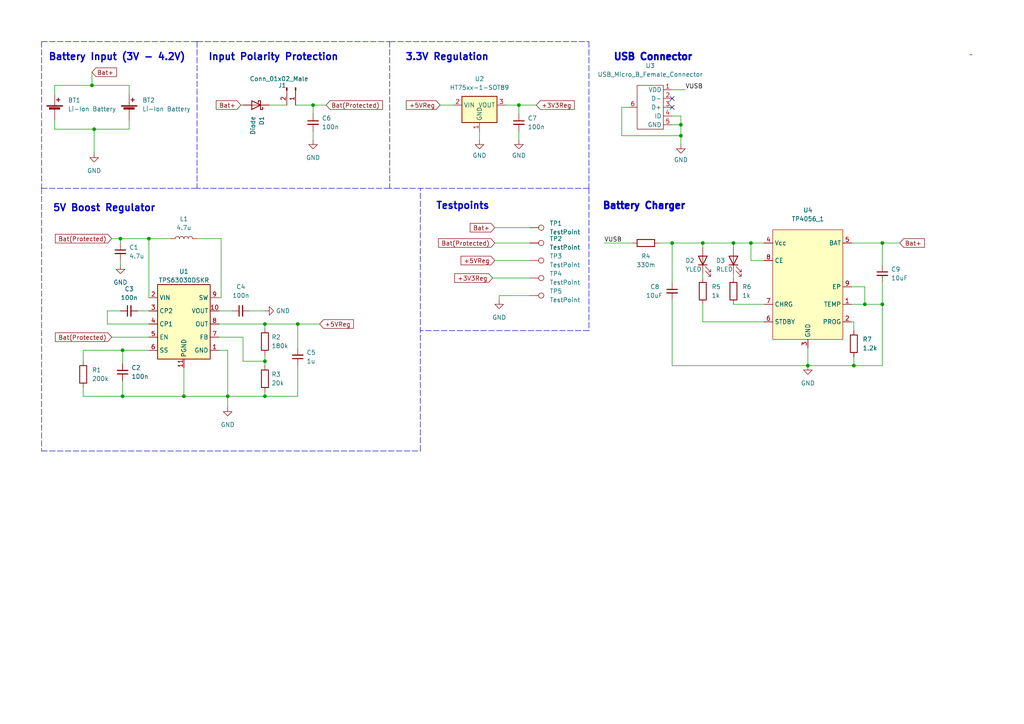
<source format=kicad_sch>
(kicad_sch (version 20211123) (generator eeschema)
  (paper "A4")
  (lib_symbols
    (symbol "Connector:Conn_01x02_Male" (pin_names (offset 1.016) hide)
      (property "Reference" "J" (at 0 2.54 0))
      (property "Value" "Conn_01x02_Male" (at 0 -5.08 0))
      (symbol "Conn_01x02_Male_1_1"
        (polyline (pts (xy 1.27 -2.54) (xy 0.8636 -2.54)) (stroke (width 0.1524)))
        (polyline (pts (xy 1.27 0) (xy 0.8636 0)) (stroke (width 0.1524)))
        (rectangle (start 0.8636 -2.413) (end 0 -2.667) (stroke (width 0.1524)) (fill (type outline)))
        (rectangle (start 0.8636 0.127) (end 0 -0.127) (stroke (width 0.1524)) (fill (type outline)))
        (pin passive line (at 5.08 0 180) (length 3.81) (name "Pin_1") (number "1"))
        (pin passive line (at 5.08 -2.54 180) (length 3.81) (name "Pin_2") (number "2"))
      )
    )
    (symbol "Connector:TestPoint" (pin_numbers hide) (pin_names (offset 0.762) hide)
      (property "Reference" "TP" (at 0 6.858 0))
      (property "Value" "TestPoint" (at 0 5.08 0))
      (symbol "TestPoint_0_1"
        (circle (center 0 3.302) (radius 0.762))
      )
      (symbol "TestPoint_1_1"
        (pin passive line (at 0 0 90) (length 2.54) (name "1") (number "1"))
      )
    )
    (symbol "Device:Battery_Cell" (pin_numbers hide) (pin_names (offset 0) hide)
      (property "Reference" "BT" (at 2.54 2.54 0))
      (property "Value" "Battery_Cell" (at 2.54 0 0))
      (symbol "Battery_Cell_0_1"
        (rectangle (start -2.286 1.778) (end 2.286 1.524) (fill (type outline)))
        (rectangle (start -1.5748 1.1938) (end 1.4732 0.6858) (fill (type outline)))
        (polyline (pts (xy 0 0.762) (xy 0 0)))
        (polyline (pts (xy 0 1.778) (xy 0 2.54)))
        (polyline (pts (xy 0.508 3.429) (xy 1.524 3.429)) (stroke (width 0.254)))
        (polyline (pts (xy 1.016 3.937) (xy 1.016 2.921)) (stroke (width 0.254)))
      )
      (symbol "Battery_Cell_1_1"
        (pin passive line (at 0 5.08 270) (length 2.54) (name "+") (number "1"))
        (pin passive line (at 0 -2.54 90) (length 2.54) (name "-") (number "2"))
      )
    )
    (symbol "Device:C_Small" (pin_numbers hide) (pin_names (offset 0.254) hide)
      (property "Reference" "C" (at 0.254 1.778 0))
      (property "Value" "C_Small" (at 0.254 -2.032 0))
      (symbol "C_Small_0_1"
        (polyline (pts (xy -1.524 -0.508) (xy 1.524 -0.508)) (stroke (width 0.3302)))
        (polyline (pts (xy -1.524 0.508) (xy 1.524 0.508)) (stroke (width 0.3048)))
      )
      (symbol "C_Small_1_1"
        (pin passive line (at 0 2.54 270) (length 2.032) (name "~") (number "1"))
        (pin passive line (at 0 -2.54 90) (length 2.032) (name "~") (number "2"))
      )
    )
    (symbol "Device:L" (pin_numbers hide) (pin_names (offset 1.016) hide)
      (property "Reference" "L" (at -1.27 0 90))
      (property "Value" "L" (at 1.905 0 90))
      (symbol "L_0_1"
        (arc (start 0 -2.54) (mid 0.635 -1.905) (end 0 -1.27))
        (arc (start 0 -1.27) (mid 0.635 -0.635) (end 0 0))
        (arc (start 0 0) (mid 0.635 0.635) (end 0 1.27))
        (arc (start 0 1.27) (mid 0.635 1.905) (end 0 2.54))
      )
      (symbol "L_1_1"
        (pin passive line (at 0 3.81 270) (length 1.27) (name "1") (number "1"))
        (pin passive line (at 0 -3.81 90) (length 1.27) (name "2") (number "2"))
      )
    )
    (symbol "Device:LED" (pin_numbers hide) (pin_names (offset 1.016) hide)
      (property "Reference" "D" (at 0 2.54 0))
      (property "Value" "LED" (at 0 -2.54 0))
      (symbol "LED_0_1"
        (polyline (pts (xy -1.27 -1.27) (xy -1.27 1.27)) (stroke (width 0.254)))
        (polyline (pts (xy -1.27 0) (xy 1.27 0)))
        (polyline (pts (xy 1.27 -1.27) (xy 1.27 1.27) (xy -1.27 0) (xy 1.27 -1.27)) (stroke (width 0.254)))
        (polyline (pts (xy -3.048 -0.762) (xy -4.572 -2.286) (xy -3.81 -2.286) (xy -4.572 -2.286) (xy -4.572 -1.524)))
        (polyline (pts (xy -1.778 -0.762) (xy -3.302 -2.286) (xy -2.54 -2.286) (xy -3.302 -2.286) (xy -3.302 -1.524)))
      )
      (symbol "LED_1_1"
        (pin passive line (at -3.81 0 0) (length 2.54) (name "K") (number "1"))
        (pin passive line (at 3.81 0 180) (length 2.54) (name "A") (number "2"))
      )
    )
    (symbol "Device:R" (pin_numbers hide) (pin_names (offset 0))
      (property "Reference" "R" (at 2.032 0 90))
      (property "Value" "R" (at 0 0 90))
      (symbol "R_0_1"
        (rectangle (start -1.016 -2.54) (end 1.016 2.54) (stroke (width 0.254)))
      )
      (symbol "R_1_1"
        (pin passive line (at 0 3.81 270) (length 1.27) (name "~") (number "1"))
        (pin passive line (at 0 -3.81 90) (length 1.27) (name "~") (number "2"))
      )
    )
    (symbol "Diode:1N5819" (pin_numbers hide) (pin_names (offset 1.016) hide)
      (property "Reference" "D" (at 0 2.54 0))
      (property "Value" "1N5819" (at 0 -2.54 0))
      (symbol "1N5819_0_1"
        (polyline (pts (xy 1.27 0) (xy -1.27 0)))
        (polyline (pts (xy 1.27 1.27) (xy 1.27 -1.27) (xy -1.27 0) (xy 1.27 1.27)) (stroke (width 0.254)))
        (polyline (pts (xy -1.905 0.635) (xy -1.905 1.27) (xy -1.27 1.27) (xy -1.27 -1.27) (xy -0.635 -1.27) (xy -0.635 -0.635)) (stroke (width 0.254)))
      )
      (symbol "1N5819_1_1"
        (pin passive line (at -3.81 0 0) (length 2.54) (name "K") (number "1"))
        (pin passive line (at 3.81 0 180) (length 2.54) (name "A") (number "2"))
      )
    )
    (symbol "Regulator_Linear:HT75xx-1-SOT89"
      (property "Reference" "U" (at -5.08 -3.81 0))
      (property "Value" "HT75xx-1-SOT89" (at 0 6.35 0))
      (symbol "HT75xx-1-SOT89_0_1"
        (rectangle (start -5.08 5.08) (end 5.08 -2.54) (stroke (width 0.254)) (fill (type background)))
      )
      (symbol "HT75xx-1-SOT89_1_1"
        (pin power_in line (at 0 -5.08 90) (length 2.54) (name "GND") (number "1"))
        (pin power_in line (at -7.62 2.54 0) (length 2.54) (name "VIN") (number "2"))
        (pin power_out line (at 7.62 2.54 180) (length 2.54) (name "VOUT") (number "3"))
      )
    )
    (symbol "SarahLib:TP4056_1"
      (property "Reference" "U4" (at 0 11.43 0))
      (property "Value" "TP4056_1" (at 0 8.89 0))
      (symbol "TP4056_1_0_1"
        (rectangle (start -10.16 6.35) (end 10.16 -25.4) (fill (type background)))
      )
      (symbol "TP4056_1_1_1"
        (pin input line (at 12.7 -15.24 180) (length 2.54) (name "TEMP") (number "1"))
        (pin input line (at 12.7 -20.32 180) (length 2.54) (name "PROG") (number "2"))
        (pin input line (at 0 -27.94 90) (length 2.54) (name "GND") (number "3"))
        (pin input line (at -12.7 2.54 0) (length 2.54) (name "Vcc") (number "4"))
        (pin input line (at 12.7 2.54 180) (length 2.54) (name "BAT") (number "5"))
        (pin input line (at -12.7 -20.32 0) (length 2.54) (name "STDBY") (number "6"))
        (pin input line (at -12.7 -15.24 0) (length 2.54) (name "CHRG") (number "7"))
        (pin input line (at -12.7 -2.54 0) (length 2.54) (name "CE") (number "8"))
        (pin input line (at 12.7 -10.16 180) (length 2.54) (name "EP") (number "9"))
      )
    )
    (symbol "SarahLib:TPS61093DSKR"
      (property "Reference" "U1" (at 0 20.32 0))
      (property "Value" "TPS63030DSKR" (at 0 17.78 0))
      (symbol "TPS61093DSKR_0_1"
        (rectangle (start -7.62 16.51) (end 7.62 -5.08) (stroke (width 0.254)) (fill (type background)))
      )
      (symbol "TPS61093DSKR_1_1"
        (pin power_in line (at 10.16 -2.54 180) (length 2.54) (name "GND") (number "1"))
        (pin power_out line (at 10.16 8.89 180) (length 2.54) (name "VOUT") (number "10"))
        (pin passive line (at 0 -7.62 90) (length 2.54) (name "PGND") (number "11"))
        (pin power_in line (at -10.16 12.7 0) (length 2.54) (name "VIN") (number "2"))
        (pin input line (at -10.16 8.89 0) (length 2.54) (name "CP2") (number "3"))
        (pin input line (at -10.16 5.08 0) (length 2.54) (name "CP1") (number "4"))
        (pin input line (at -10.16 1.27 0) (length 2.54) (name "EN") (number "5"))
        (pin passive line (at -10.16 -2.54 0) (length 2.54) (name "SS") (number "6"))
        (pin input line (at 10.16 1.27 180) (length 2.54) (name "FB") (number "7"))
        (pin output line (at 10.16 5.08 180) (length 2.54) (name "OUT") (number "8"))
        (pin power_in line (at 10.16 12.7 180) (length 2.54) (name "SW") (number "9"))
      )
    )
    (symbol "SarahLib:USB_Micro_B_Female_Connector"
      (property "Reference" "U3" (at 1.27 9.999 0))
      (property "Value" "USB_Micro_B_Female_Connector" (at 1.27 7.4621 0))
      (symbol "USB_Micro_B_Female_Connector_0_1"
        (rectangle (start 5.08 6.35) (end -2.54 -6.35) (stroke (width 0.1524)))
      )
      (symbol "USB_Micro_B_Female_Connector_1_1"
        (pin power_out line (at 7.62 5.08 180) (length 2.54) (name "VDD") (number "1"))
        (pin input line (at 7.62 2.54 180) (length 2.54) (name "D-") (number "2"))
        (pin input line (at 7.62 0 180) (length 2.54) (name "D+") (number "3"))
        (pin passive line (at 7.62 -2.54 180) (length 2.54) (name "ID") (number "4"))
        (pin power_out line (at 7.62 -5.08 180) (length 2.54) (name "GND") (number "5"))
        (pin passive line (at -5.08 0 0) (length 2.54) (name "") (number "6"))
      )
    )
    (symbol "power:GND" (power) (pin_names (offset 0))
      (property "Value" "GND" (at 0 -3.81 0))
      (symbol "GND_0_1"
        (polyline (pts (xy 0 0) (xy 0 -1.27) (xy 1.27 -1.27) (xy 0 -2.54) (xy -1.27 -1.27) (xy 0 -1.27)))
      )
      (symbol "GND_1_1"
        (pin power_in line (at 0 0 270) (length 0) hide (name "GND") (number "1"))
      )
    )
  )
  (junction (at 217.805 70.485))
  (junction (at 26.67 24.765))
  (junction (at 27.305 37.465))
  (junction (at 90.805 30.48))
  (junction (at 150.495 30.48))
  (junction (at 250.825 88.265))
  (junction (at 86.36 93.98))
  (junction (at 203.835 70.485))
  (junction (at 53.34 114.935))
  (junction (at 194.945 70.485))
  (junction (at 66.04 114.935))
  (junction (at 76.835 104.775))
  (junction (at 35.56 101.6))
  (junction (at 255.905 70.485))
  (junction (at 35.56 114.935))
  (junction (at 247.65 106.045))
  (junction (at 76.835 93.98))
  (junction (at 43.18 69.215))
  (junction (at 234.315 106.045))
  (junction (at 34.925 69.215))
  (junction (at 197.485 39.37))
  (junction (at 255.905 88.265))
  (junction (at 76.835 114.935))
  (junction (at 212.725 70.485))
  (junction (at 197.485 36.195))
  (no_connect (at 194.945 31.115))
  (no_connect (at 194.945 28.575))
  (wire (pts (xy 212.725 79.375) (xy 212.725 80.645)))
  (wire (pts (xy 86.36 114.935) (xy 76.835 114.935)))
  (wire (pts (xy 247.015 88.265) (xy 250.825 88.265)))
  (wire (pts (xy 255.905 70.485) (xy 255.905 76.835)))
  (wire (pts (xy 180.34 39.37) (xy 197.485 39.37)))
  (polyline (pts (xy 281.305 15.875) (xy 281.94 15.875)))
  (wire (pts (xy 197.485 39.37) (xy 197.485 41.91)))
  (wire (pts (xy 63.5 93.98) (xy 76.835 93.98)))
  (wire (pts (xy 194.945 26.035) (xy 198.755 26.035)))
  (wire (pts (xy 203.835 79.375) (xy 203.835 80.645)))
  (wire (pts (xy 63.5 90.17) (xy 67.31 90.17)))
  (polyline (pts (xy 57.15 12.065) (xy 113.03 12.065)))
  (wire (pts (xy 150.495 30.48) (xy 155.575 30.48)))
  (polyline (pts (xy 170.815 54.61) (xy 113.03 54.61)))
  (wire (pts (xy 144.78 85.725) (xy 144.78 86.995)))
  (wire (pts (xy 66.04 101.6) (xy 66.04 114.935)))
  (wire (pts (xy 24.13 104.775) (xy 24.13 101.6)))
  (wire (pts (xy 247.65 93.345) (xy 247.65 95.885)))
  (wire (pts (xy 217.805 70.485) (xy 221.615 70.485)))
  (polyline (pts (xy 113.03 12.065) (xy 113.03 54.61)))
  (wire (pts (xy 86.36 93.98) (xy 86.36 100.965)))
  (wire (pts (xy 64.135 69.215) (xy 64.135 86.36)))
  (wire (pts (xy 247.65 106.045) (xy 255.905 106.045)))
  (wire (pts (xy 27.305 37.465) (xy 15.875 37.465)))
  (wire (pts (xy 35.56 114.935) (xy 53.34 114.935)))
  (wire (pts (xy 260.985 70.485) (xy 255.905 70.485)))
  (wire (pts (xy 194.945 33.655) (xy 197.485 33.655)))
  (wire (pts (xy 27.305 37.465) (xy 37.465 37.465)))
  (wire (pts (xy 247.015 83.185) (xy 250.825 83.185)))
  (wire (pts (xy 76.835 102.87) (xy 76.835 104.775)))
  (wire (pts (xy 34.925 69.215) (xy 34.925 70.485)))
  (wire (pts (xy 43.18 101.6) (xy 35.56 101.6)))
  (polyline (pts (xy 57.15 54.61) (xy 12.065 54.61)))
  (wire (pts (xy 150.495 40.64) (xy 150.495 38.1)))
  (wire (pts (xy 153.67 85.725) (xy 144.78 85.725)))
  (wire (pts (xy 66.04 114.935) (xy 66.04 118.11)))
  (wire (pts (xy 247.015 93.345) (xy 247.65 93.345)))
  (wire (pts (xy 76.835 114.935) (xy 66.04 114.935)))
  (wire (pts (xy 15.875 27.305) (xy 15.875 24.765)))
  (wire (pts (xy 191.135 70.485) (xy 194.945 70.485)))
  (wire (pts (xy 197.485 33.655) (xy 197.485 36.195)))
  (wire (pts (xy 35.56 101.6) (xy 35.56 105.41)))
  (wire (pts (xy 194.945 36.195) (xy 197.485 36.195)))
  (wire (pts (xy 90.805 30.48) (xy 85.725 30.48)))
  (wire (pts (xy 70.485 104.775) (xy 76.835 104.775)))
  (wire (pts (xy 26.67 20.955) (xy 26.67 24.765)))
  (wire (pts (xy 43.18 69.215) (xy 49.53 69.215)))
  (wire (pts (xy 37.465 24.765) (xy 37.465 27.305)))
  (wire (pts (xy 86.36 106.045) (xy 86.36 114.935)))
  (wire (pts (xy 203.835 93.345) (xy 221.615 93.345)))
  (wire (pts (xy 26.67 24.765) (xy 37.465 24.765)))
  (wire (pts (xy 143.51 70.485) (xy 153.67 70.485)))
  (wire (pts (xy 90.805 40.64) (xy 90.805 38.1)))
  (polyline (pts (xy 12.065 12.065) (xy 57.15 12.065)))
  (wire (pts (xy 139.065 38.1) (xy 139.065 40.64)))
  (wire (pts (xy 212.725 70.485) (xy 217.805 70.485)))
  (wire (pts (xy 76.835 90.17) (xy 72.39 90.17)))
  (wire (pts (xy 143.51 66.04) (xy 153.67 66.04)))
  (polyline (pts (xy 57.15 12.065) (xy 57.15 54.61)))
  (wire (pts (xy 70.485 97.79) (xy 63.5 97.79)))
  (wire (pts (xy 15.875 24.765) (xy 26.67 24.765)))
  (wire (pts (xy 76.835 104.775) (xy 76.835 106.045)))
  (wire (pts (xy 234.315 106.045) (xy 247.65 106.045)))
  (wire (pts (xy 197.485 36.195) (xy 197.485 39.37)))
  (wire (pts (xy 37.465 37.465) (xy 37.465 34.925)))
  (wire (pts (xy 150.495 33.02) (xy 150.495 30.48)))
  (wire (pts (xy 76.835 93.98) (xy 76.835 95.25)))
  (polyline (pts (xy 12.065 130.81) (xy 121.92 130.81)))
  (wire (pts (xy 76.835 93.98) (xy 86.36 93.98)))
  (polyline (pts (xy 121.92 130.81) (xy 121.92 54.61)))
  (wire (pts (xy 32.385 69.215) (xy 34.925 69.215)))
  (wire (pts (xy 146.685 30.48) (xy 150.495 30.48)))
  (wire (pts (xy 142.875 80.645) (xy 153.67 80.645)))
  (wire (pts (xy 255.905 70.485) (xy 247.015 70.485)))
  (wire (pts (xy 212.725 71.755) (xy 212.725 70.485)))
  (polyline (pts (xy 170.815 54.61) (xy 170.815 95.885)))
  (wire (pts (xy 35.56 114.935) (xy 35.56 110.49)))
  (wire (pts (xy 24.13 101.6) (xy 35.56 101.6)))
  (wire (pts (xy 40.005 90.17) (xy 43.18 90.17)))
  (wire (pts (xy 90.805 33.02) (xy 90.805 30.48)))
  (wire (pts (xy 182.245 31.115) (xy 180.34 31.115)))
  (wire (pts (xy 53.34 114.935) (xy 66.04 114.935)))
  (wire (pts (xy 76.835 113.665) (xy 76.835 114.935)))
  (polyline (pts (xy 170.815 12.065) (xy 170.815 54.61)))
  (polyline (pts (xy 113.03 54.61) (xy 57.15 54.61)))
  (wire (pts (xy 24.13 114.935) (xy 35.56 114.935)))
  (wire (pts (xy 247.65 103.505) (xy 247.65 106.045)))
  (wire (pts (xy 234.315 100.965) (xy 234.315 106.045)))
  (wire (pts (xy 63.5 101.6) (xy 66.04 101.6)))
  (wire (pts (xy 69.85 30.48) (xy 70.485 30.48)))
  (wire (pts (xy 127.635 30.48) (xy 131.445 30.48)))
  (wire (pts (xy 175.26 70.485) (xy 183.515 70.485)))
  (polyline (pts (xy 12.065 54.61) (xy 12.065 130.81)))
  (wire (pts (xy 180.34 31.115) (xy 180.34 39.37)))
  (wire (pts (xy 194.945 70.485) (xy 194.945 81.915)))
  (wire (pts (xy 34.925 76.835) (xy 34.925 75.565)))
  (wire (pts (xy 250.825 83.185) (xy 250.825 88.265)))
  (wire (pts (xy 27.305 37.465) (xy 27.305 44.45)))
  (wire (pts (xy 250.825 88.265) (xy 255.905 88.265)))
  (wire (pts (xy 255.905 88.265) (xy 255.905 106.045)))
  (wire (pts (xy 212.725 88.265) (xy 221.615 88.265)))
  (wire (pts (xy 203.835 88.265) (xy 203.835 93.345)))
  (wire (pts (xy 203.835 70.485) (xy 212.725 70.485)))
  (wire (pts (xy 217.805 70.485) (xy 217.805 75.565)))
  (wire (pts (xy 194.945 70.485) (xy 203.835 70.485)))
  (wire (pts (xy 31.115 90.17) (xy 34.925 90.17)))
  (wire (pts (xy 32.385 97.79) (xy 43.18 97.79)))
  (wire (pts (xy 143.51 75.565) (xy 153.67 75.565)))
  (wire (pts (xy 255.905 81.915) (xy 255.905 88.265)))
  (wire (pts (xy 194.945 86.995) (xy 194.945 106.045)))
  (wire (pts (xy 64.135 86.36) (xy 63.5 86.36)))
  (wire (pts (xy 83.185 30.48) (xy 78.105 30.48)))
  (wire (pts (xy 221.615 75.565) (xy 217.805 75.565)))
  (wire (pts (xy 86.36 93.98) (xy 92.71 93.98)))
  (wire (pts (xy 15.875 34.925) (xy 15.875 37.465)))
  (wire (pts (xy 70.485 104.775) (xy 70.485 97.79)))
  (wire (pts (xy 203.835 71.755) (xy 203.835 70.485)))
  (wire (pts (xy 43.18 86.36) (xy 43.18 69.215)))
  (wire (pts (xy 194.945 106.045) (xy 234.315 106.045)))
  (wire (pts (xy 94.615 30.48) (xy 90.805 30.48)))
  (polyline (pts (xy 170.815 95.885) (xy 121.92 95.885)))
  (polyline (pts (xy 12.065 12.065) (xy 12.065 54.61)))
  (wire (pts (xy 43.18 93.98) (xy 31.115 93.98)))
  (wire (pts (xy 57.15 69.215) (xy 64.135 69.215)))
  (polyline (pts (xy 113.03 12.065) (xy 170.815 12.065)))
  (wire (pts (xy 31.115 93.98) (xy 31.115 90.17)))
  (wire (pts (xy 24.13 112.395) (xy 24.13 114.935)))
  (wire (pts (xy 53.34 106.68) (xy 53.34 114.935)))
  (wire (pts (xy 43.18 69.215) (xy 34.925 69.215)))
  (text "3.3V Regulation " (at 117.475 17.78 0) (effects (font (size 2 2) (thickness 0.4) bold) (justify left bottom)))
  (text "Battery Input (3V - 4.2V)" (at 13.97 17.78 0) (effects (font (size 2 2) (thickness 0.4) bold) (justify left bottom)))
  (text "USB Connector\n" (at 177.8 17.78 0) (effects (font (size 2 2) (thickness 0.8) bold) (justify left bottom)))
  (text "5V Boost Regulator\n" (at 15.24 61.595 0) (effects (font (size 2 2) (thickness 0.4) bold) (justify left bottom)))
  (text "Testpoints" (at 126.365 60.96 0) (effects (font (size 2.0066 2.0066) (thickness 0.4013) bold) (justify left bottom)))
  (text "Battery Charger" (at 174.625 60.96 0) (effects (font (size 2 2) (thickness 0.6) bold) (justify left bottom)))
  (text "Input Polarity Protection" (at 60.325 17.78 0) (effects (font (size 2 2) (thickness 0.4) bold) (justify left bottom)))
  (label "VUSB" (at 175.26 70.485 0))
  (label "VUSB" (at 198.755 26.035 0))
  (global_label "Bat(Protected)" (shape input) (at 94.615 30.48 0) (property "Intersheet References" "${INTERSHEET_REFS}" (effects hide)))
  (global_label "Bat+" (shape input) (at 260.985 70.485 0) (property "Intersheet References" "${INTERSHEET_REFS}" (effects hide)))
  (global_label "+3V3Reg" (shape input) (at 155.575 30.48 0) (property "Intersheet References" "${INTERSHEET_REFS}" (effects hide)))
  (global_label "Bat+" (shape input) (at 26.67 20.955 0) (property "Intersheet References" "${INTERSHEET_REFS}" (effects hide)))
  (global_label "+5VReg" (shape input) (at 127.635 30.48 180) (property "Intersheet References" "${INTERSHEET_REFS}" (effects hide)))
  (global_label "+5VReg" (shape input) (at 92.71 93.98 0) (property "Intersheet References" "${INTERSHEET_REFS}" (effects hide)))
  (global_label "+5VReg" (shape input) (at 143.51 75.565 180) (property "Intersheet References" "${INTERSHEET_REFS}" (effects hide)))
  (global_label "Bat(Protected)" (shape input) (at 143.51 70.485 180) (property "Intersheet References" "${INTERSHEET_REFS}" (effects hide)))
  (global_label "Bat+" (shape input) (at 69.85 30.48 180) (property "Intersheet References" "${INTERSHEET_REFS}" (effects hide)))
  (global_label "Bat+" (shape input) (at 143.51 66.04 180) (property "Intersheet References" "${INTERSHEET_REFS}" (effects hide)))
  (global_label "+3V3Reg" (shape input) (at 142.875 80.645 180) (property "Intersheet References" "${INTERSHEET_REFS}" (effects hide)))
  (global_label "Bat(Protected)" (shape input) (at 32.385 97.79 180) (property "Intersheet References" "${INTERSHEET_REFS}" (effects hide)))
  (global_label "Bat(Protected)" (shape input) (at 32.385 69.215 180) (property "Intersheet References" "${INTERSHEET_REFS}" (effects hide)))
  (symbol (lib_id "Device:R") (at 24.13 108.585 0) (unit 1)
    (property "Reference" "R1" (at 26.67 107.3149 0) (effects (justify left)))
    (property "Value" "200k" (at 26.67 109.8549 0) (effects (justify left)))
    (property "Footprint" "Resistor_SMD:R_0805_2012Metric" (effects hide))
    (property "Datasheet" "https://datasheet.lcsc.com/lcsc/2206010200_UNI-ROYAL-Uniroyal-Elec-0805W8F2003T5E_C17539.pdf" (effects hide))
    (property "Price" "0.0016" (effects hide))
    (property "Extended" "0" (effects hide))
    (property "LCSC" "C17539" (effects hide))
  )
  (symbol (lib_id "power:GND") (at 34.925 76.835 0) (unit 1)
    (property "Reference" "#PWR02" (effects hide))
    (property "Value" "GND" (at 34.925 81.915 0))
  )
  (symbol (lib_id "power:GND") (at 76.835 90.17 90) (unit 1)
    (property "Reference" "#PWR04" (effects hide))
    (property "Value" "GND" (at 80.01 90.1699 90) (effects (justify right)))
  )
  (symbol (lib_id "Device:C_Small") (at 150.495 35.56 0) (unit 1)
    (property "Reference" "C7" (at 153.035 34.2962 0) (effects (justify left)))
    (property "Value" "100n" (at 153.035 36.8362 0) (effects (justify left)))
    (property "Footprint" "Capacitor_SMD:C_0603_1608Metric" (effects hide))
    (property "Datasheet" "https://datasheet.lcsc.com/lcsc/1809301912_YAGEO-CC0603KRX7R9BB104_C14663.pdf" (effects hide))
    (property "Price" "0.0020" (effects hide))
    (property "LCSC" "C49678" (effects hide))
    (property "Extended" "0" (effects hide))
    (property "Populate" "Yes" (effects hide))
  )
  (symbol (lib_id "Device:C_Small") (at 255.905 79.375 0) (unit 1)
    (property "Reference" "C9" (at 258.445 78.1112 0) (effects (justify left)))
    (property "Value" "10uF" (at 258.445 80.6512 0) (effects (justify left)))
    (property "Footprint" "Capacitor_SMD:C_0402_1005Metric" (effects hide))
    (property "LCSC" "C15525" (effects hide))
    (property "Extended" "0" (effects hide))
  )
  (symbol (lib_id "power:GND") (at 197.485 41.91 0) (unit 1)
    (property "Reference" "#PWR09" (effects hide))
    (property "Value" "GND" (at 197.485 46.3534 0))
  )
  (symbol (lib_id "Device:R") (at 187.325 70.485 90) (unit 1)
    (property "Reference" "R4" (at 187.325 74.295 90))
    (property "Value" "330m" (at 187.325 76.835 90))
    (property "Footprint" "Resistor_SMD:R_0805_2012Metric" (effects hide))
    (property "LCSC" "C52548" (effects hide))
    (property "Extended" "1" (effects hide))
    (property "Price" "0.01" (effects hide))
  )
  (symbol (lib_id "Device:Battery_Cell") (at 37.465 32.385 0) (unit 1)
    (property "Reference" "BT2" (at 41.275 29.0829 0) (effects (justify left)))
    (property "Value" "Li-Ion Battery" (at 41.275 31.6229 0) (effects (justify left)))
    (property "Footprint" "Battery:BatteryHolder_Keystone_1042_1x18650" (effects hide))
  )
  (symbol (lib_id "Connector:TestPoint") (at 153.67 66.04 270) (unit 1)
    (property "Reference" "TP1" (at 159.385 64.7699 90) (effects (justify left)))
    (property "Value" "TestPoint" (at 159.385 67.3099 90) (effects (justify left)))
    (property "Footprint" "TestPoint:TestPoint_Pad_D2.0mm" (effects hide))
  )
  (symbol (lib_id "Connector:TestPoint") (at 153.67 80.645 270) (unit 1)
    (property "Reference" "TP4" (at 159.385 79.3749 90) (effects (justify left)))
    (property "Value" "TestPoint" (at 159.385 81.9149 90) (effects (justify left)))
    (property "Footprint" "TestPoint:TestPoint_Pad_D2.0mm" (effects hide))
  )
  (symbol (lib_id "Device:R") (at 76.835 99.06 0) (unit 1)
    (property "Reference" "R2" (at 78.74 97.7899 0) (effects (justify left)))
    (property "Value" "180k" (at 78.74 100.3299 0) (effects (justify left)))
    (property "Footprint" "Resistor_SMD:R_0603_1608Metric" (effects hide))
    (property "Extended" "0" (effects hide))
    (property "LCSC" "C22827" (effects hide))
    (property "Price" "0.01" (effects hide))
  )
  (symbol (lib_id "Device:LED") (at 212.725 75.565 90) (unit 1)
    (property "Reference" "D3" (at 207.645 75.565 90) (effects (justify right)))
    (property "Value" "RLED" (at 207.645 78.105 90) (effects (justify right)))
    (property "Footprint" "LED_SMD:LED_0603_1608Metric" (effects hide))
    (property "LCSC" "C2286" (effects hide))
    (property "Extended" "0" (effects hide))
  )
  (symbol (lib_id "Diode:1N5819") (at 74.295 30.48 180) (unit 1)
    (property "Reference" "D1" (at 75.8826 33.655 90) (effects (justify left)))
    (property "Value" "Diode" (at 73.3426 33.655 90) (effects (justify left)))
    (property "Footprint" "Diode_SMD:D_SOD-123" (effects hide))
    (property "Datasheet" "https://datasheet.lcsc.com/lcsc/1809140216_Jiangsu-Changjing-Electronics-Technology-Co---Ltd--B5819W-SL_C8598.pdf" (effects hide))
    (property "LCSC" "C8598" (effects hide))
    (property "Price" "0.0297" (effects hide))
    (property "Extended" "0" (effects hide))
    (property "Populate" "Yes" (effects hide))
  )
  (symbol (lib_id "Device:C_Small") (at 69.85 90.17 90) (unit 1)
    (property "Reference" "C4" (at 69.8563 83.185 90))
    (property "Value" "100n" (at 69.8563 85.725 90))
    (property "Footprint" "Capacitor_SMD:C_0603_1608Metric" (effects hide))
    (property "Datasheet" "https://datasheet.lcsc.com/lcsc/1809301912_YAGEO-CC0603KRX7R9BB104_C14663.pdf" (effects hide))
    (property "Price" "0.0020" (effects hide))
    (property "LCSC" "C49678" (effects hide))
    (property "Extended" "0" (effects hide))
    (property "Populate" "Yes" (effects hide))
  )
  (symbol (lib_id "Device:L") (at 53.34 69.215 90) (unit 1)
    (property "Reference" "L1" (at 53.34 63.5 90))
    (property "Value" "4.7u" (at 53.34 66.04 90))
    (property "Footprint" "SarahFootprints:IND-SMD_L4.0-W4.0" (effects hide))
    (property "Datasheet" "https://datasheet.lcsc.com/lcsc/1810061032_Sunltech-Tech-SLW4012S4R7NST_C206275.pdf" (effects hide))
    (property "Extended" "1" (effects hide))
    (property "LCSC" "C206275" (effects hide))
    (property "Price" "0.0167 " (effects hide))
  )
  (symbol (lib_id "Device:C_Small") (at 86.36 103.505 180) (unit 1)
    (property "Reference" "C5" (at 88.9 102.2285 0) (effects (justify right)))
    (property "Value" "1u" (at 88.9 104.7685 0) (effects (justify right)))
    (property "Footprint" "Capacitor_SMD:C_0805_2012Metric" (effects hide))
    (property "Datasheet" "https://datasheet.lcsc.com/lcsc/1810191216_Samsung-Electro-Mechanics-CL21B105KBFNNNE_C28323.pdf" (effects hide))
    (property "Price" "0.0092 " (effects hide))
    (property "LCSC" "C28323" (effects hide))
    (property "Extended" "0" (effects hide))
    (property "Populate" "Yes" (effects hide))
  )
  (symbol (lib_id "Connector:TestPoint") (at 153.67 70.485 270) (unit 1)
    (property "Reference" "TP2" (at 159.385 69.2149 90) (effects (justify left)))
    (property "Value" "TestPoint" (at 159.385 71.7549 90) (effects (justify left)))
    (property "Footprint" "TestPoint:TestPoint_Pad_D2.0mm" (effects hide))
  )
  (symbol (lib_id "Device:C_Small") (at 34.925 73.025 0) (unit 1)
    (property "Reference" "C1" (at 37.465 71.7612 0) (effects (justify left)))
    (property "Value" "4.7u" (at 37.465 74.3012 0) (effects (justify left)))
    (property "Footprint" "Capacitor_SMD:C_0805_2012Metric" (effects hide))
    (property "Price" "0.01" (effects hide))
    (property "Extended" "0" (effects hide))
    (property "LCSC" "C1779" (effects hide))
  )
  (symbol (lib_id "power:GND") (at 90.805 40.64 0) (unit 1)
    (property "Reference" "#PWR05" (effects hide))
    (property "Value" "GND" (at 90.805 45.72 0))
  )
  (symbol (lib_id "Connector:TestPoint") (at 153.67 85.725 270) (unit 1)
    (property "Reference" "TP5" (at 159.385 84.4549 90) (effects (justify left)))
    (property "Value" "TestPoint" (at 159.385 86.9949 90) (effects (justify left)))
    (property "Footprint" "TestPoint:TestPoint_Pad_D2.0mm" (effects hide))
  )
  (symbol (lib_id "power:GND") (at 27.305 44.45 0) (unit 1)
    (property "Reference" "#PWR01" (effects hide))
    (property "Value" "GND" (at 27.305 49.53 0))
  )
  (symbol (lib_id "Device:C_Small") (at 35.56 107.95 180) (unit 1)
    (property "Reference" "C2" (at 38.1 106.6735 0) (effects (justify right)))
    (property "Value" "100n" (at 38.1 109.2135 0) (effects (justify right)))
    (property "Footprint" "Capacitor_SMD:C_0603_1608Metric" (effects hide))
    (property "Datasheet" "https://datasheet.lcsc.com/lcsc/1809301912_YAGEO-CC0603KRX7R9BB104_C14663.pdf" (effects hide))
    (property "Price" "0.0020" (effects hide))
    (property "LCSC" "C49678" (effects hide))
    (property "Extended" "0" (effects hide))
    (property "Populate" "Yes" (effects hide))
  )
  (symbol (lib_id "Device:C_Small") (at 90.805 35.56 0) (unit 1)
    (property "Reference" "C6" (at 93.345 34.2962 0) (effects (justify left)))
    (property "Value" "100n" (at 93.345 36.8362 0) (effects (justify left)))
    (property "Footprint" "Capacitor_SMD:C_0603_1608Metric" (effects hide))
    (property "Datasheet" "https://datasheet.lcsc.com/lcsc/1809301912_YAGEO-CC0603KRX7R9BB104_C14663.pdf" (effects hide))
    (property "Price" "0.0020" (effects hide))
    (property "LCSC" "C49678" (effects hide))
    (property "Extended" "0" (effects hide))
    (property "Populate" "Yes" (effects hide))
  )
  (symbol (lib_id "SarahLib:USB_Micro_B_Female_Connector") (at 187.325 31.115 0) (unit 1)
    (property "Reference" "U3" (at 188.595 19.05 0))
    (property "Value" "USB_Micro_B_Female_Connector" (at 188.595 21.59 0))
    (property "Footprint" "SarahFootprints:C404969_Micro_USB" (effects hide))
    (property "Populate" "Yes" (effects hide))
    (property "Price" "0.0491" (effects hide))
    (property "LCSC" "C404969" (effects hide))
    (property "Extended" "1" (effects hide))
  )
  (symbol (lib_id "Device:Battery_Cell") (at 15.875 32.385 0) (unit 1)
    (property "Reference" "BT1" (at 19.685 29.0829 0) (effects (justify left)))
    (property "Value" "Li-Ion Battery" (at 19.685 31.6229 0) (effects (justify left)))
    (property "Footprint" "Battery:BatteryHolder_Keystone_1042_1x18650" (effects hide))
  )
  (symbol (lib_id "Device:R") (at 212.725 84.455 0) (unit 1)
    (property "Reference" "R6" (at 215.265 83.1849 0) (effects (justify left)))
    (property "Value" "1k" (at 215.265 85.7249 0) (effects (justify left)))
    (property "Footprint" "Resistor_SMD:R_0603_1608Metric" (effects hide))
    (property "LCSC" "C21190" (effects hide))
    (property "Extended" "0" (effects hide))
  )
  (symbol (lib_id "power:GND") (at 66.04 118.11 0) (unit 1)
    (property "Reference" "#PWR03" (effects hide))
    (property "Value" "GND" (at 66.04 123.19 0))
  )
  (symbol (lib_id "Regulator_Linear:HT75xx-1-SOT89") (at 139.065 33.02 0) (unit 1)
    (property "Reference" "U2" (at 139.065 22.86 0))
    (property "Value" "HT75xx-1-SOT89" (at 139.065 25.4 0))
    (property "Footprint" "Package_TO_SOT_SMD:SOT-89-3" (effects hide))
    (property "Datasheet" "https://datasheet.lcsc.com/lcsc/1811062113_Holtek-Semicon-HT7533-1_C14289.pdf" (effects hide))
    (property "Extended" "0" (effects hide))
    (property "LCSC" "C14289" (effects hide))
  )
  (symbol (lib_id "Device:LED") (at 203.835 75.565 90) (unit 1)
    (property "Reference" "D2" (at 198.755 75.565 90) (effects (justify right)))
    (property "Value" "YLED" (at 198.755 78.105 90) (effects (justify right)))
    (property "Footprint" "LED_SMD:LED_0805_2012Metric" (effects hide))
    (property "LCSC" "C2296" (effects hide))
    (property "Extended" "0" (effects hide))
  )
  (symbol (lib_id "power:GND") (at 144.78 86.995 0) (unit 1)
    (property "Reference" "#PWR07" (effects hide))
    (property "Value" "GND" (at 144.78 92.075 0))
  )
  (symbol (lib_id "Connector:Conn_01x02_Male") (at 85.725 25.4 270) (unit 1)
    (property "Reference" "J1" (at 80.645 24.765 90) (effects (justify left)))
    (property "Value" "Conn_01x02_Male" (at 72.39 22.86 90) (effects (justify left)))
    (property "Footprint" "Connector_PinHeader_2.54mm:PinHeader_1x02_P2.54mm_Vertical" (effects hide))
    (property "Datasheet" "https://datasheet.lcsc.com/lcsc/2003141409_XFCN-PZ254V-11-02P_C492401.pdf" (effects hide))
    (property "LCSC" "C492401" (effects hide))
    (property "Price" "0.0149" (effects hide))
    (property "Extended" "1" (effects hide))
  )
  (symbol (lib_id "power:GND") (at 139.065 40.64 0) (unit 1)
    (property "Reference" "#PWR06" (effects hide))
    (property "Value" "GND" (at 139.065 45.085 0))
  )
  (symbol (lib_id "Connector:TestPoint") (at 153.67 75.565 270) (unit 1)
    (property "Reference" "TP3" (at 159.385 74.2949 90) (effects (justify left)))
    (property "Value" "TestPoint" (at 159.385 76.8349 90) (effects (justify left)))
    (property "Footprint" "TestPoint:TestPoint_Pad_D2.0mm" (effects hide))
  )
  (symbol (lib_id "Device:C_Small") (at 194.945 84.455 0) (unit 1)
    (property "Reference" "C8" (at 188.595 83.185 0) (effects (justify left)))
    (property "Value" "10uF" (at 187.325 85.725 0) (effects (justify left)))
    (property "Footprint" "Capacitor_SMD:C_0402_1005Metric" (effects hide))
    (property "LCSC" "C15525" (effects hide))
    (property "Extended" "0" (effects hide))
  )
  (symbol (lib_id "Device:R") (at 76.835 109.855 0) (unit 1)
    (property "Reference" "R3" (at 78.74 108.5849 0) (effects (justify left)))
    (property "Value" "20k" (at 78.74 111.1249 0) (effects (justify left)))
    (property "Footprint" "Resistor_SMD:R_0603_1608Metric" (effects hide))
    (property "Extended" "0" (effects hide))
    (property "LCSC" "C4184" (effects hide))
    (property "Price" "0.01" (effects hide))
  )
  (symbol (lib_id "Device:R") (at 203.835 84.455 0) (unit 1)
    (property "Reference" "R5" (at 206.375 83.1849 0) (effects (justify left)))
    (property "Value" "1k" (at 206.375 85.7249 0) (effects (justify left)))
    (property "Footprint" "Resistor_SMD:R_0603_1608Metric" (effects hide))
    (property "LCSC" "C21190" (effects hide))
    (property "Extended" "0" (effects hide))
  )
  (symbol (lib_id "SarahLib:TP4056_1") (at 234.315 73.025 0) (unit 1)
    (property "Reference" "U4" (at 234.315 60.96 0))
    (property "Value" "TP4056_1" (at 234.315 63.5 0))
    (property "Footprint" "Package_SO:HSOP-8-1EP_3.9x4.9mm_P1.27mm_EP2.3x2.3mm" (effects hide))
    (property "Datasheet" "https://dlnmh9ip6v2uc.cloudfront.net/datasheets/Prototyping/TP4056.pdf" (effects hide))
    (property "LCSC" "C16581" (effects hide))
    (property "Extended" "0" (effects hide))
  )
  (symbol (lib_id "Device:R") (at 247.65 99.695 0) (unit 1)
    (property "Reference" "R7" (at 250.19 98.4249 0) (effects (justify left)))
    (property "Value" "1.2k" (at 250.19 100.9649 0) (effects (justify left)))
    (property "Footprint" "Resistor_SMD:R_0603_1608Metric" (effects hide))
    (property "LCSC" "C22765" (effects hide))
    (property "Extended" "0" (effects hide))
    (property "Price" "0.0010" (effects hide))
  )
  (symbol (lib_id "Device:C_Small") (at 37.465 90.17 90) (unit 1)
    (property "Reference" "C3" (at 37.4713 83.82 90))
    (property "Value" "100n" (at 37.4713 86.36 90))
    (property "Footprint" "Capacitor_SMD:C_0603_1608Metric" (effects hide))
    (property "Datasheet" "https://datasheet.lcsc.com/lcsc/1809301912_YAGEO-CC0603KRX7R9BB104_C14663.pdf" (effects hide))
    (property "Price" "0.0020" (effects hide))
    (property "LCSC" "C49678" (effects hide))
    (property "Extended" "0" (effects hide))
    (property "Populate" "Yes" (effects hide))
  )
  (symbol (lib_id "SarahLib:TPS61093DSKR") (at 53.34 99.06 0) (unit 1)
    (property "Reference" "U1" (at 53.34 78.74 0))
    (property "Value" "TPS63030DSKR" (at 53.34 81.28 0))
    (property "Footprint" "Package_SON:WSON-10-1EP_2.5x2.5mm_P0.5mm_EP1.2x2mm" (effects hide))
    (property "Datasheet" "http://www.ti.com/lit/ds/symlink/tps63030.pdf" (effects hide))
    (property "Extended" "1" (effects hide))
    (property "LCSC" "C60707" (effects hide))
    (property "Populate" "Yes" (effects hide))
    (property "Price" "5.57" (effects hide))
  )
  (symbol (lib_id "power:GND") (at 234.315 106.045 0) (unit 1)
    (property "Reference" "#PWR010" (effects hide))
    (property "Value" "GND" (at 234.315 111.125 0))
  )
  (symbol (lib_id "power:GND") (at 150.495 40.64 0) (unit 1)
    (property "Reference" "#PWR08" (effects hide))
    (property "Value" "GND" (at 150.495 45.085 0))
  )
)
</source>
